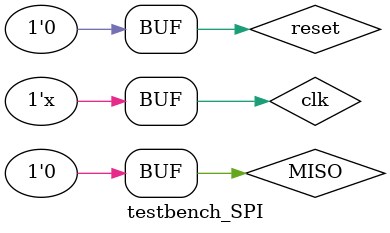
<source format=v>
`timescale 1ns/1ps
module testbench_SPI;

wire is_negative_X, is_negative_Y, is_negative_Z, is_negative_T;

wire start_transmision, locked;
wire data_ready_for_printing;

reg clk, reset, MISO;
wire MOSI, SCLK, CS, TxD;

wire [7:0] instruction, addr, data;
wire data_ready;
wire signed [7:0] data_acc;

wire signed [15:0] avg_Y;

wire master_enable;

//SPI_Master SPI_Master_inst(.clk(clk), .reset(reset), .instruction(instruction), .addr(addr), .data(data), .MISO(MISO), .clkout_8mhz(clkout_8mhz), .MOSI(MOSI), .master_enable(master_enable), .spi_idle(spi_idle), .data_acc(data_acc), .CS(CS));

acc_instructions acc_instructions_inst(.clk(clk), .reset(reset), .spi_idle(spi_idle), .master_enable(master_enable), .instruction(instruction), .addr(addr), .data(data), .start_transmision(start_transmision), .locked(locked));

SPI_Master SPI_Master_inst(.clk(clk), .reset(reset), .instruction(instruction), .addr(addr), .data(data), .MISO(MISO), .clkout_8mhz(SCLK), .MOSI(MOSI), .CS(CS), .master_enable(master_enable), .spi_idle(spi_idle), .data_ready(data_ready), .data_acc(data_acc), .locked(locked));

clock_mmcm clock_mmcm_inst(.clk(clk), .reset(reset), .clkout_8mhz(SCLK), .locked(locked));    // to roloi einai sta 5 MHz telika

initial 
begin
    clk = 0;
    reset = 1;
    MISO = 0;
    #100 reset = 0;

    #1227775 MISO = 1;     // tote jekinaei na grafei to acc sto MISO 
    #177 MISO = 0;
    #200 MISO = 1;    
    #200 MISO = 1;
    #200 MISO = 0;
    #200 MISO = 0;
    #200 MISO = 1;
    #200 MISO = 0;

end

always #5 clk = ~clk;

endmodule
</source>
